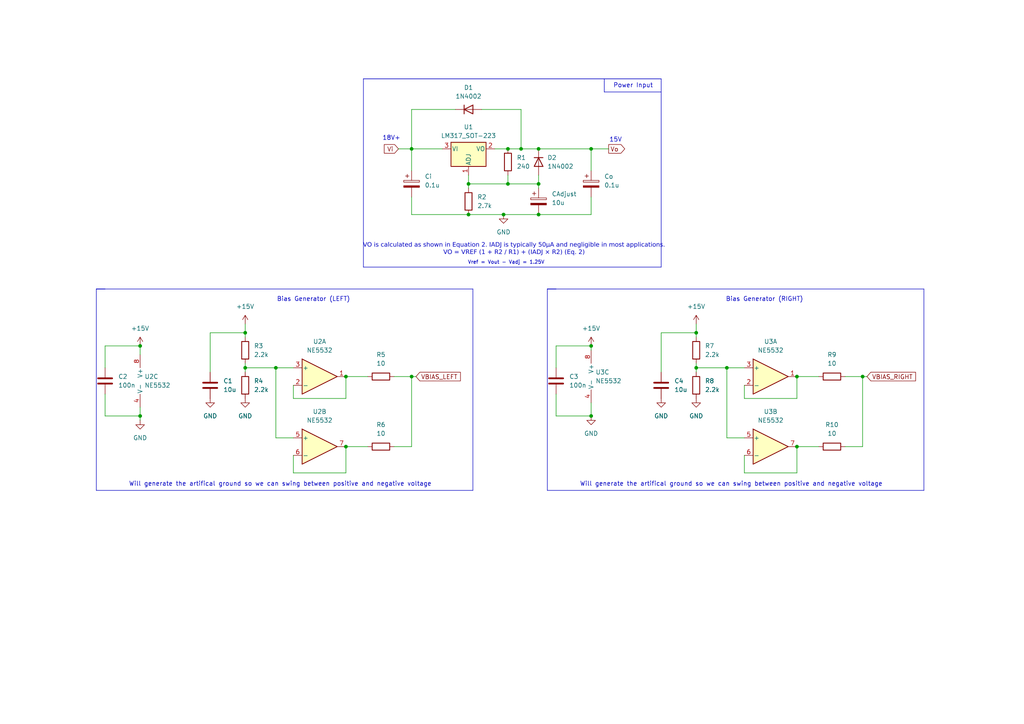
<source format=kicad_sch>
(kicad_sch (version 20250114) (generator "eeschema") (generator_version "9.0")
  (paper "A4")
  (lib_symbols
    (symbol "Amplifier_Operational:NE5532" (pin_names (offset 0.127))
      (property "Reference" "U" (at 0 5.08 0))
      (property "Value" "NE5532" (at 0 -5.08 0))
      (symbol "NE5532_1_1"
        (polyline (pts (xy -5.08 5.08) (xy 5.08 0) (xy -5.08 -5.08) (xy -5.08 5.08)) (stroke (width 0.254)) (fill (type background)))
        (pin input line (at -7.62 2.54 0) (length 2.54) (name "+") (number "3"))
        (pin input line (at -7.62 -2.54 0) (length 2.54) (name "-") (number "2"))
        (pin output line (at 7.62 0 180) (length 2.54) (name "~") (number "1"))
      )
      (symbol "NE5532_2_1"
        (polyline (pts (xy -5.08 5.08) (xy 5.08 0) (xy -5.08 -5.08) (xy -5.08 5.08)) (stroke (width 0.254)) (fill (type background)))
        (pin input line (at -7.62 2.54 0) (length 2.54) (name "+") (number "5"))
        (pin input line (at -7.62 -2.54 0) (length 2.54) (name "-") (number "6"))
        (pin output line (at 7.62 0 180) (length 2.54) (name "~") (number "7"))
      )
      (symbol "NE5532_3_1"
        (pin power_in line (at -2.54 7.62 270) (length 3.81) (name "V+") (number "8"))
        (pin power_in line (at -2.54 -7.62 90) (length 3.81) (name "V-") (number "4"))
      )
    )
    (symbol "Device:C" (pin_numbers (hide yes)) (pin_names (offset 0.254))
      (property "Reference" "C" (at 0.635 2.54 0))
      (property "Value" "C" (at 0.635 -2.54 0))
      (symbol "C_0_1"
        (polyline (pts (xy -2.032 0.762) (xy 2.032 0.762)) (stroke (width 0.508)))
        (polyline (pts (xy -2.032 -0.762) (xy 2.032 -0.762)) (stroke (width 0.508)))
      )
      (symbol "C_1_1"
        (pin passive line (at 0 3.81 270) (length 2.794) (name "~") (number "1"))
        (pin passive line (at 0 -3.81 90) (length 2.794) (name "~") (number "2"))
      )
    )
    (symbol "Device:C_Polarized" (pin_numbers (hide yes)) (pin_names (offset 0.254))
      (property "Reference" "C" (at 0.635 2.54 0))
      (property "Value" "C_Polarized" (at 0.635 -2.54 0))
      (symbol "C_Polarized_0_1"
        (rectangle (start -2.286 0.508) (end 2.286 1.016))
        (polyline (pts (xy -1.778 2.286) (xy -0.762 2.286)))
        (polyline (pts (xy -1.27 2.794) (xy -1.27 1.778)))
        (rectangle (start 2.286 -0.508) (end -2.286 -1.016) (fill (type outline)))
      )
      (symbol "C_Polarized_1_1"
        (pin passive line (at 0 3.81 270) (length 2.794) (name "~") (number "1"))
        (pin passive line (at 0 -3.81 90) (length 2.794) (name "~") (number "2"))
      )
    )
    (symbol "Device:R" (pin_numbers (hide yes)) (pin_names (offset 0))
      (property "Reference" "R" (at 2.032 0 90))
      (property "Value" "R" (at 0 0 90))
      (symbol "R_0_1"
        (rectangle (start -1.016 -2.54) (end 1.016 2.54) (stroke (width 0.254)))
      )
      (symbol "R_1_1"
        (pin passive line (at 0 3.81 270) (length 1.27) (name "~") (number "1"))
        (pin passive line (at 0 -3.81 90) (length 1.27) (name "~") (number "2"))
      )
    )
    (symbol "Diode:1N4002" (pin_numbers (hide yes)) (pin_names (hide yes))
      (property "Reference" "D" (at 0 2.54 0))
      (property "Value" "1N4002" (at 0 -2.54 0))
      (symbol "1N4002_0_1"
        (polyline (pts (xy -1.27 1.27) (xy -1.27 -1.27)) (stroke (width 0.254)))
        (polyline (pts (xy 1.27 1.27) (xy 1.27 -1.27) (xy -1.27 0) (xy 1.27 1.27)) (stroke (width 0.254)))
        (polyline (pts (xy 1.27 0) (xy -1.27 0)))
      )
      (symbol "1N4002_1_1"
        (pin passive line (at -3.81 0 0) (length 2.54) (name "K") (number "1"))
        (pin passive line (at 3.81 0 180) (length 2.54) (name "A") (number "2"))
      )
    )
    (symbol "Regulator_Linear:LM317_SOT-223" (pin_names (offset 0.254))
      (property "Reference" "U" (at -3.81 3.175 0))
      (property "Value" "LM317_SOT-223" (at 0 3.175 0))
      (symbol "LM317_SOT-223_0_1"
        (rectangle (start -5.08 1.905) (end 5.08 -5.08) (stroke (width 0.254)) (fill (type background)))
      )
      (symbol "LM317_SOT-223_1_1"
        (pin power_in line (at -7.62 0 0) (length 2.54) (name "VI") (number "3"))
        (pin input line (at 0 -7.62 90) (length 2.54) (name "ADJ") (number "1"))
        (pin power_out line (at 7.62 0 180) (length 2.54) (name "VO") (number "2"))
      )
    )
    (symbol "power:+15V" (power) (pin_numbers (hide yes)) (pin_names (offset 0) (hide yes))
      (property "Value" "+15V" (at 0 3.556 0))
      (symbol "+15V_0_1"
        (polyline (pts (xy -0.762 1.27) (xy 0 2.54)))
        (polyline (pts (xy 0 2.54) (xy 0.762 1.27)))
        (polyline (pts (xy 0 0) (xy 0 2.54)))
      )
      (symbol "+15V_1_1"
        (pin power_in line (at 0 0 90) (length 0) (name "~") (number "1"))
      )
    )
    (symbol "power:GND" (power) (pin_numbers (hide yes)) (pin_names (offset 0) (hide yes))
      (property "Value" "GND" (at 0 -3.81 0))
      (symbol "GND_0_1"
        (polyline (pts (xy 0 0) (xy 0 -1.27) (xy 1.27 -1.27) (xy 0 -2.54) (xy -1.27 -1.27) (xy 0 -1.27)))
      )
      (symbol "GND_1_1"
        (pin power_in line (at 0 0 270) (length 0) (name "~") (number "1"))
      )
    )
  )
  (text "Bias Generator (LEFT)\n" (at 90.932 86.868 0) (effects (font (size 1.27 1.27))))
  (text "Power Input" (at 183.642 24.892 0) (effects (font (size 1.27 1.27))))
  (text "Will generate the artifical ground so we can swing between positive and negative voltage\n" (at 81.28 140.462 0) (effects (font (size 1.27 1.27))))
  (text "VO is calculated as shown in Equation 2. IADJ is typically 50µA and negligible in most applications.\nVO = VREF (1 + R2 / R1) + (IADJ × R2) (Eq. 2)" (at 149.098 72.644 0) (effects (font (size 1.27 1.27))))
  (text "15V\n" (at 178.562 40.64 0) (effects (font (size 1.27 1.27))))
  (text "Vref = Vout - Vadj = 1.25V\n" (at 146.812 76.2 0) (effects (font (size 1.016 1.016))))
  (text "Bias Generator (RIGHT)\n" (at 221.742 86.868 0) (effects (font (size 1.27 1.27))))
  (text "18V+" (at 113.538 40.132 0) (effects (font (size 1.27 1.27))))
  (text "Will generate the artifical ground so we can swing between positive and negative voltage\n" (at 212.09 140.462 0) (effects (font (size 1.27 1.27))))
  (junction (at 156.21 43.18))
  (junction (at 80.01 106.68))
  (junction (at 100.33 129.54))
  (junction (at 119.38 43.18))
  (junction (at 156.21 53.34))
  (junction (at 231.14 129.54))
  (junction (at 147.32 53.34))
  (junction (at 40.64 120.65))
  (junction (at 250.19 109.22))
  (junction (at 171.45 43.18))
  (junction (at 71.12 96.52))
  (junction (at 171.45 120.65))
  (junction (at 210.82 106.68))
  (junction (at 135.89 53.34))
  (junction (at 171.45 100.33))
  (junction (at 201.93 96.52))
  (junction (at 100.33 109.22))
  (junction (at 151.13 43.18))
  (junction (at 146.05 62.23))
  (junction (at 119.38 109.22))
  (junction (at 156.21 62.23))
  (junction (at 147.32 43.18))
  (junction (at 201.93 106.68))
  (junction (at 231.14 109.22))
  (junction (at 71.12 106.68))
  (junction (at 40.64 100.33))
  (junction (at 135.89 62.23))
  (wire (pts (xy 151.13 43.18) (xy 156.21 43.18)))
  (wire (pts (xy 147.32 53.34) (xy 156.21 53.34)))
  (wire (pts (xy 71.12 96.52) (xy 71.12 93.98)))
  (polyline (pts (xy 27.94 142.24) (xy 27.94 83.82)))
  (wire (pts (xy 30.48 100.33) (xy 40.64 100.33)))
  (wire (pts (xy 215.9 132.08) (xy 215.9 137.16)))
  (wire (pts (xy 119.38 62.23) (xy 119.38 57.15)))
  (wire (pts (xy 215.9 137.16) (xy 231.14 137.16)))
  (polyline (pts (xy 158.75 83.82) (xy 161.29 83.82)))
  (wire (pts (xy 71.12 96.52) (xy 71.12 97.79)))
  (wire (pts (xy 119.38 43.18) (xy 119.38 49.53)))
  (wire (pts (xy 231.14 115.57) (xy 231.14 109.22)))
  (wire (pts (xy 135.89 62.23) (xy 119.38 62.23)))
  (wire (pts (xy 71.12 105.41) (xy 71.12 106.68)))
  (polyline (pts (xy 27.94 83.82) (xy 30.48 83.82)))
  (wire (pts (xy 147.32 50.8) (xy 147.32 53.34)))
  (wire (pts (xy 156.21 62.23) (xy 171.45 62.23)))
  (wire (pts (xy 201.93 106.68) (xy 210.82 106.68)))
  (polyline (pts (xy 191.77 77.47) (xy 105.41 77.47)))
  (wire (pts (xy 30.48 120.65) (xy 30.48 114.3)))
  (wire (pts (xy 171.45 100.33) (xy 171.45 101.6)))
  (polyline (pts (xy 267.97 83.82) (xy 267.97 142.24)))
  (wire (pts (xy 201.93 106.68) (xy 201.93 107.95)))
  (wire (pts (xy 161.29 106.68) (xy 161.29 100.33)))
  (wire (pts (xy 171.45 43.18) (xy 156.21 43.18)))
  (wire (pts (xy 250.19 109.22) (xy 251.46 109.22)))
  (wire (pts (xy 156.21 50.8) (xy 156.21 53.34)))
  (wire (pts (xy 250.19 109.22) (xy 245.11 109.22)))
  (wire (pts (xy 71.12 106.68) (xy 71.12 107.95)))
  (wire (pts (xy 171.45 57.15) (xy 171.45 62.23)))
  (wire (pts (xy 71.12 106.68) (xy 80.01 106.68)))
  (polyline (pts (xy 158.75 83.82) (xy 267.97 83.82)))
  (wire (pts (xy 100.33 129.54) (xy 106.68 129.54)))
  (wire (pts (xy 85.09 111.76) (xy 85.09 115.57)))
  (polyline (pts (xy 175.26 22.86) (xy 175.26 26.67)))
  (wire (pts (xy 210.82 127) (xy 215.9 127)))
  (wire (pts (xy 231.14 137.16) (xy 231.14 129.54)))
  (wire (pts (xy 151.13 43.18) (xy 151.13 31.75)))
  (wire (pts (xy 119.38 109.22) (xy 120.65 109.22)))
  (wire (pts (xy 156.21 53.34) (xy 156.21 54.61)))
  (polyline (pts (xy 105.41 22.86) (xy 191.77 22.86)))
  (polyline (pts (xy 105.41 22.86) (xy 105.41 77.47)))
  (wire (pts (xy 143.51 43.18) (xy 147.32 43.18)))
  (wire (pts (xy 146.05 62.23) (xy 156.21 62.23)))
  (wire (pts (xy 100.33 109.22) (xy 106.68 109.22)))
  (wire (pts (xy 171.45 116.84) (xy 171.45 120.65)))
  (polyline (pts (xy 105.41 22.86) (xy 191.77 22.86)))
  (wire (pts (xy 119.38 31.75) (xy 119.38 43.18)))
  (wire (pts (xy 201.93 96.52) (xy 201.93 97.79)))
  (wire (pts (xy 85.09 115.57) (xy 100.33 115.57)))
  (wire (pts (xy 191.77 107.95) (xy 191.77 96.52)))
  (wire (pts (xy 135.89 62.23) (xy 146.05 62.23)))
  (polyline (pts (xy 158.75 142.24) (xy 158.75 83.82)))
  (wire (pts (xy 161.29 120.65) (xy 171.45 120.65)))
  (wire (pts (xy 171.45 43.18) (xy 176.53 43.18)))
  (wire (pts (xy 40.64 118.11) (xy 40.64 120.65)))
  (wire (pts (xy 85.09 137.16) (xy 100.33 137.16)))
  (wire (pts (xy 135.89 50.8) (xy 135.89 53.34)))
  (wire (pts (xy 245.11 129.54) (xy 250.19 129.54)))
  (wire (pts (xy 80.01 106.68) (xy 80.01 127)))
  (wire (pts (xy 231.14 109.22) (xy 237.49 109.22)))
  (wire (pts (xy 114.3 129.54) (xy 119.38 129.54)))
  (wire (pts (xy 60.96 96.52) (xy 71.12 96.52)))
  (wire (pts (xy 161.29 120.65) (xy 161.29 114.3)))
  (wire (pts (xy 147.32 43.18) (xy 151.13 43.18)))
  (polyline (pts (xy 267.97 142.24) (xy 158.75 142.24)))
  (wire (pts (xy 151.13 31.75) (xy 139.7 31.75)))
  (wire (pts (xy 201.93 96.52) (xy 201.93 93.98)))
  (wire (pts (xy 30.48 120.65) (xy 40.64 120.65)))
  (wire (pts (xy 80.01 106.68) (xy 85.09 106.68)))
  (wire (pts (xy 80.01 127) (xy 85.09 127)))
  (wire (pts (xy 161.29 100.33) (xy 171.45 100.33)))
  (wire (pts (xy 171.45 49.53) (xy 171.45 43.18)))
  (polyline (pts (xy 191.77 22.86) (xy 191.77 77.47)))
  (wire (pts (xy 128.27 43.18) (xy 119.38 43.18)))
  (polyline (pts (xy 137.16 83.82) (xy 137.16 142.24)))
  (wire (pts (xy 210.82 106.68) (xy 215.9 106.68)))
  (wire (pts (xy 250.19 129.54) (xy 250.19 109.22)))
  (wire (pts (xy 100.33 137.16) (xy 100.33 129.54)))
  (wire (pts (xy 215.9 115.57) (xy 231.14 115.57)))
  (wire (pts (xy 231.14 129.54) (xy 237.49 129.54)))
  (wire (pts (xy 115.57 43.18) (xy 119.38 43.18)))
  (wire (pts (xy 60.96 107.95) (xy 60.96 96.52)))
  (wire (pts (xy 40.64 100.33) (xy 40.64 102.87)))
  (wire (pts (xy 215.9 111.76) (xy 215.9 115.57)))
  (polyline (pts (xy 27.94 83.82) (xy 137.16 83.82)))
  (wire (pts (xy 85.09 132.08) (xy 85.09 137.16)))
  (polyline (pts (xy 137.16 142.24) (xy 27.94 142.24)))
  (wire (pts (xy 40.64 120.65) (xy 40.64 121.92)))
  (wire (pts (xy 132.08 31.75) (xy 119.38 31.75)))
  (wire (pts (xy 100.33 115.57) (xy 100.33 109.22)))
  (wire (pts (xy 201.93 105.41) (xy 201.93 106.68)))
  (wire (pts (xy 147.32 53.34) (xy 135.89 53.34)))
  (wire (pts (xy 135.89 53.34) (xy 135.89 54.61)))
  (wire (pts (xy 30.48 106.68) (xy 30.48 100.33)))
  (wire (pts (xy 191.77 96.52) (xy 201.93 96.52)))
  (wire (pts (xy 119.38 109.22) (xy 114.3 109.22)))
  (wire (pts (xy 119.38 129.54) (xy 119.38 109.22)))
  (wire (pts (xy 210.82 106.68) (xy 210.82 127)))
  (polyline (pts (xy 175.26 26.67) (xy 191.77 26.67)))
  (global_label "Vo" (shape output) (at 176.53 43.18 0) (property "Intersheetrefs" "${INTERSHEET_REFS}" (effects (hide yes))))
  (global_label "Vi" (shape input) (at 115.57 43.18 180) (property "Intersheetrefs" "${INTERSHEET_REFS}" (effects (hide yes))))
  (global_label "VBIAS_LEFT" (shape input) (at 120.65 109.22 0) (property "Intersheetrefs" "${INTERSHEET_REFS}" (effects (hide yes))))
  (global_label "VBIAS_RIGHT" (shape input) (at 251.46 109.22 0) (property "Intersheetrefs" "${INTERSHEET_REFS}" (effects (hide yes))))
  (symbol (lib_id "power:GND") (at 71.12 115.57 0) (unit 1)
    (property "Reference" "#PWR02" (effects (hide yes)))
    (property "Value" "GND" (at 71.12 120.65 0))
    (property "Description" "Power symbol creates a global label with name \"GND\" , ground" (effects (hide yes)))
  )
  (symbol (lib_id "power:GND") (at 201.93 115.57 0) (unit 1)
    (property "Reference" "#PWR011" (effects (hide yes)))
    (property "Value" "GND" (at 201.93 120.65 0))
    (property "Description" "Power symbol creates a global label with name \"GND\" , ground" (effects (hide yes)))
  )
  (symbol (lib_id "Device:R") (at 110.49 129.54 90) (unit 1)
    (property "Reference" "R6" (at 110.49 123.19 90))
    (property "Value" "10" (at 110.49 125.73 90))
    (property "Description" "Resistor" (effects (hide yes)))
  )
  (symbol (lib_id "power:+15V") (at 40.64 100.33 0) (unit 1)
    (property "Reference" "#PWR06" (effects (hide yes)))
    (property "Value" "+15V" (at 40.64 95.25 0))
    (property "Description" "Power symbol creates a global label with name \"+15V\"" (effects (hide yes)))
  )
  (symbol (lib_id "Device:C") (at 161.29 110.49 0) (unit 1)
    (property "Reference" "C3" (at 165.1 109.2199 0) (effects (justify left)))
    (property "Value" "100n" (at 165.1 111.7599 0) (effects (justify left)))
    (property "Description" "Unpolarized capacitor" (effects (hide yes)))
  )
  (symbol (lib_id "Device:C") (at 30.48 110.49 0) (unit 1)
    (property "Reference" "C2" (at 34.29 109.2199 0) (effects (justify left)))
    (property "Value" "100n" (at 34.29 111.7599 0) (effects (justify left)))
    (property "Description" "Unpolarized capacitor" (effects (hide yes)))
  )
  (symbol (lib_id "Device:C") (at 191.77 111.76 0) (unit 1)
    (property "Reference" "C4" (at 195.58 110.4899 0) (effects (justify left)))
    (property "Value" "10u" (at 195.58 113.0299 0) (effects (justify left)))
    (property "Description" "Unpolarized capacitor" (effects (hide yes)))
  )
  (symbol (lib_id "Device:R") (at 110.49 109.22 90) (unit 1)
    (property "Reference" "R5" (at 110.49 102.87 90))
    (property "Value" "10" (at 110.49 105.41 90))
    (property "Description" "Resistor" (effects (hide yes)))
  )
  (symbol (lib_id "Regulator_Linear:LM317_SOT-223") (at 135.89 43.18 0) (unit 1)
    (property "Reference" "U1" (at 135.89 36.83 0))
    (property "Value" "LM317_SOT-223" (at 135.89 39.37 0))
    (property "Footprint" "Package_TO_SOT_SMD:SOT-223-3_TabPin2" (effects (hide yes)))
    (property "Datasheet" "http://www.ti.com/lit/ds/symlink/lm317.pdf" (effects (hide yes)))
    (property "Description" "1.5A 35V Adjustable Linear Regulator, SOT-223" (effects (hide yes)))
  )
  (symbol (lib_id "power:+15V") (at 71.12 93.98 0) (unit 1)
    (property "Reference" "#PWR05" (effects (hide yes)))
    (property "Value" "+15V" (at 71.12 88.9 0))
    (property "Description" "Power symbol creates a global label with name \"+15V\"" (effects (hide yes)))
  )
  (symbol (lib_id "Device:R") (at 135.89 58.42 0) (unit 1)
    (property "Reference" "R2" (at 138.43 57.1499 0) (effects (justify left)))
    (property "Value" "2.7k" (at 138.43 59.6899 0) (effects (justify left)))
    (property "Description" "Resistor" (effects (hide yes)))
  )
  (symbol (lib_id "power:+15V") (at 171.45 100.33 0) (unit 1)
    (property "Reference" "#PWR07" (effects (hide yes)))
    (property "Value" "+15V" (at 171.45 95.25 0))
    (property "Description" "Power symbol creates a global label with name \"+15V\"" (effects (hide yes)))
  )
  (symbol (lib_id "Amplifier_Operational:NE5532") (at 43.18 110.49 0) (unit 3)
    (property "Reference" "U2" (at 41.91 109.2199 0) (effects (justify left)))
    (property "Value" "NE5532" (at 41.91 111.7599 0) (effects (justify left)))
    (property "Datasheet" "http://www.ti.com/lit/ds/symlink/ne5532.pdf" (effects (hide yes)))
    (property "Description" "Dual Low-Noise Operational Amplifiers, DIP-8/SOIC-8" (effects (hide yes)))
  )
  (symbol (lib_id "Amplifier_Operational:NE5532") (at 173.99 109.22 0) (unit 3)
    (property "Reference" "U3" (at 172.72 107.9499 0) (effects (justify left)))
    (property "Value" "NE5532" (at 172.72 110.4899 0) (effects (justify left)))
    (property "Datasheet" "http://www.ti.com/lit/ds/symlink/ne5532.pdf" (effects (hide yes)))
    (property "Description" "Dual Low-Noise Operational Amplifiers, DIP-8/SOIC-8" (effects (hide yes)))
  )
  (symbol (lib_id "Amplifier_Operational:NE5532") (at 223.52 109.22 0) (unit 1)
    (property "Reference" "U3" (at 223.52 99.06 0))
    (property "Value" "NE5532" (at 223.52 101.6 0))
    (property "Datasheet" "http://www.ti.com/lit/ds/symlink/ne5532.pdf" (effects (hide yes)))
    (property "Description" "Dual Low-Noise Operational Amplifiers, DIP-8/SOIC-8" (effects (hide yes)))
  )
  (symbol (lib_id "Device:R") (at 71.12 101.6 0) (unit 1)
    (property "Reference" "R3" (at 73.66 100.3299 0) (effects (justify left)))
    (property "Value" "2.2k" (at 73.66 102.8699 0) (effects (justify left)))
    (property "Description" "Resistor" (effects (hide yes)))
  )
  (symbol (lib_id "Device:C_Polarized") (at 156.21 58.42 0) (unit 1)
    (property "Reference" "CAdjust" (at 160.02 56.2609 0) (effects (justify left)))
    (property "Value" "10u" (at 160.02 58.8009 0) (effects (justify left)))
    (property "Description" "Polarized capacitor" (effects (hide yes)))
  )
  (symbol (lib_id "Amplifier_Operational:NE5532") (at 223.52 129.54 0) (unit 2)
    (property "Reference" "U3" (at 223.52 119.38 0))
    (property "Value" "NE5532" (at 223.52 121.92 0))
    (property "Datasheet" "http://www.ti.com/lit/ds/symlink/ne5532.pdf" (effects (hide yes)))
    (property "Description" "Dual Low-Noise Operational Amplifiers, DIP-8/SOIC-8" (effects (hide yes)))
  )
  (symbol (lib_id "power:GND") (at 191.77 115.57 0) (unit 1)
    (property "Reference" "#PWR09" (effects (hide yes)))
    (property "Value" "GND" (at 191.77 120.65 0))
    (property "Description" "Power symbol creates a global label with name \"GND\" , ground" (effects (hide yes)))
  )
  (symbol (lib_id "Device:R") (at 201.93 101.6 0) (unit 1)
    (property "Reference" "R7" (at 204.47 100.3299 0) (effects (justify left)))
    (property "Value" "2.2k" (at 204.47 102.8699 0) (effects (justify left)))
    (property "Description" "Resistor" (effects (hide yes)))
  )
  (symbol (lib_id "Device:R") (at 241.3 129.54 90) (unit 1)
    (property "Reference" "R10" (at 241.3 123.19 90))
    (property "Value" "10" (at 241.3 125.73 90))
    (property "Description" "Resistor" (effects (hide yes)))
  )
  (symbol (lib_id "power:GND") (at 60.96 115.57 0) (unit 1)
    (property "Reference" "#PWR03" (effects (hide yes)))
    (property "Value" "GND" (at 60.96 120.65 0))
    (property "Description" "Power symbol creates a global label with name \"GND\" , ground" (effects (hide yes)))
  )
  (symbol (lib_id "Device:C") (at 60.96 111.76 0) (unit 1)
    (property "Reference" "C1" (at 64.77 110.4899 0) (effects (justify left)))
    (property "Value" "10u" (at 64.77 113.0299 0) (effects (justify left)))
    (property "Description" "Unpolarized capacitor" (effects (hide yes)))
  )
  (symbol (lib_id "Device:R") (at 241.3 109.22 90) (unit 1)
    (property "Reference" "R9" (at 241.3 102.87 90))
    (property "Value" "10" (at 241.3 105.41 90))
    (property "Description" "Resistor" (effects (hide yes)))
  )
  (symbol (lib_id "power:GND") (at 171.45 120.65 0) (unit 1)
    (property "Reference" "#PWR08" (effects (hide yes)))
    (property "Value" "GND" (at 171.45 125.73 0))
    (property "Description" "Power symbol creates a global label with name \"GND\" , ground" (effects (hide yes)))
  )
  (symbol (lib_id "Device:C_Polarized") (at 171.45 53.34 0) (unit 1)
    (property "Reference" "Co" (at 175.26 51.1809 0) (effects (justify left)))
    (property "Value" "0.1u" (at 175.26 53.7209 0) (effects (justify left)))
    (property "Description" "Polarized capacitor" (effects (hide yes)))
  )
  (symbol (lib_id "power:+15V") (at 201.93 93.98 0) (unit 1)
    (property "Reference" "#PWR010" (effects (hide yes)))
    (property "Value" "+15V" (at 201.93 88.9 0))
    (property "Description" "Power symbol creates a global label with name \"+15V\"" (effects (hide yes)))
  )
  (symbol (lib_id "power:GND") (at 146.05 62.23 0) (unit 1)
    (property "Reference" "#PWR01" (effects (hide yes)))
    (property "Value" "GND" (at 146.05 67.31 0))
    (property "Description" "Power symbol creates a global label with name \"GND\" , ground" (effects (hide yes)))
  )
  (symbol (lib_id "Device:R") (at 71.12 111.76 0) (unit 1)
    (property "Reference" "R4" (at 73.66 110.4899 0) (effects (justify left)))
    (property "Value" "2.2k" (at 73.66 113.0299 0) (effects (justify left)))
    (property "Description" "Resistor" (effects (hide yes)))
  )
  (symbol (lib_id "Device:R") (at 147.32 46.99 0) (unit 1)
    (property "Reference" "R1" (at 149.86 45.7199 0) (effects (justify left)))
    (property "Value" "240" (at 149.86 48.2599 0) (effects (justify left)))
    (property "Description" "Resistor" (effects (hide yes)))
  )
  (symbol (lib_id "Device:C_Polarized") (at 119.38 53.34 0) (unit 1)
    (property "Reference" "Ci" (at 123.19 51.1809 0) (effects (justify left)))
    (property "Value" "0.1u" (at 123.19 53.7209 0) (effects (justify left)))
    (property "Description" "Polarized capacitor" (effects (hide yes)))
  )
  (symbol (lib_id "power:GND") (at 40.64 121.92 0) (unit 1)
    (property "Reference" "#PWR04" (effects (hide yes)))
    (property "Value" "GND" (at 40.64 127 0))
    (property "Description" "Power symbol creates a global label with name \"GND\" , ground" (effects (hide yes)))
  )
  (symbol (lib_id "Amplifier_Operational:NE5532") (at 92.71 129.54 0) (unit 2)
    (property "Reference" "U2" (at 92.71 119.38 0))
    (property "Value" "NE5532" (at 92.71 121.92 0))
    (property "Datasheet" "http://www.ti.com/lit/ds/symlink/ne5532.pdf" (effects (hide yes)))
    (property "Description" "Dual Low-Noise Operational Amplifiers, DIP-8/SOIC-8" (effects (hide yes)))
  )
  (symbol (lib_id "Amplifier_Operational:NE5532") (at 92.71 109.22 0) (unit 1)
    (property "Reference" "U2" (at 92.71 99.06 0))
    (property "Value" "NE5532" (at 92.71 101.6 0))
    (property "Datasheet" "http://www.ti.com/lit/ds/symlink/ne5532.pdf" (effects (hide yes)))
    (property "Description" "Dual Low-Noise Operational Amplifiers, DIP-8/SOIC-8" (effects (hide yes)))
  )
  (symbol (lib_id "Diode:1N4002") (at 156.21 46.99 270) (unit 1)
    (property "Reference" "D2" (at 158.75 45.7199 90) (effects (justify left)))
    (property "Value" "1N4002" (at 158.75 48.2599 90) (effects (justify left)))
    (property "Footprint" "Diode_THT:D_DO-41_SOD81_P10.16mm_Horizontal" (effects (hide yes)))
    (property "Datasheet" "http://www.vishay.com/docs/88503/1n4001.pdf" (effects (hide yes)))
    (property "Description" "100V 1A General Purpose Rectifier Diode, DO-41" (effects (hide yes)))
    (property "Sim.Device" "D" (effects (hide yes)))
    (property "Sim.Pins" "1=K 2=A" (effects (hide yes)))
  )
  (symbol (lib_id "Device:R") (at 201.93 111.76 0) (unit 1)
    (property "Reference" "R8" (at 204.47 110.4899 0) (effects (justify left)))
    (property "Value" "2.2k" (at 204.47 113.0299 0) (effects (justify left)))
    (property "Description" "Resistor" (effects (hide yes)))
  )
  (symbol (lib_id "Diode:1N4002") (at 135.89 31.75 0) (unit 1)
    (property "Reference" "D1" (at 135.89 25.4 0))
    (property "Value" "1N4002" (at 135.89 27.94 0))
    (property "Footprint" "Diode_THT:D_DO-41_SOD81_P10.16mm_Horizontal" (effects (hide yes)))
    (property "Datasheet" "http://www.vishay.com/docs/88503/1n4001.pdf" (effects (hide yes)))
    (property "Description" "100V 1A General Purpose Rectifier Diode, DO-41" (effects (hide yes)))
    (property "Sim.Device" "D" (effects (hide yes)))
    (property "Sim.Pins" "1=K 2=A" (effects (hide yes)))
  )
)
</source>
